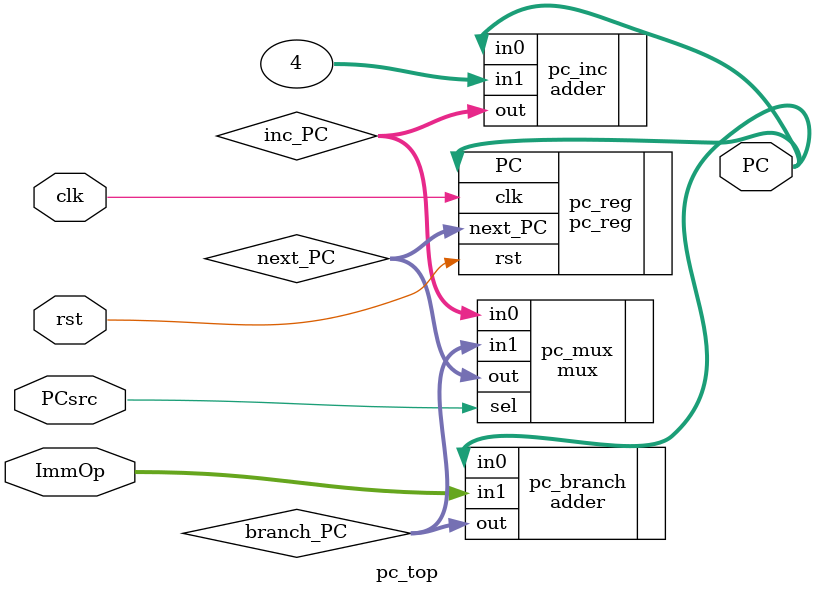
<source format=sv>
module pc_top #(
    DATA_WIDTH = 32
) (
    input   logic                   clk,
    input   logic                   rst,
    input   logic                   PCsrc,
    input   logic [DATA_WIDTH-1:0]  ImmOp,
    output  logic [DATA_WIDTH-1:0]  PC    
);

    // internal signals
    logic [DATA_WIDTH-1:0] branch_PC;
    logic [DATA_WIDTH-1:0] inc_PC;
    logic [DATA_WIDTH-1:0] next_PC;

    // instantiating modules
    pc_reg pc_reg (
        .clk(clk),
        .rst(rst),
        .next_PC(next_PC),
        .PC(PC)
    );

    adder pc_inc (
        .in0(PC),
        .in1(32'd4),
        .out(inc_PC)
    );

    adder pc_branch (
        .in0(PC),
        .in1(ImmOp),
        .out(branch_PC)
    );

    mux pc_mux (
        .in0(inc_PC),
        .in1(branch_PC),
        .sel(PCsrc),
        .out(next_PC)
    );

endmodule

</source>
